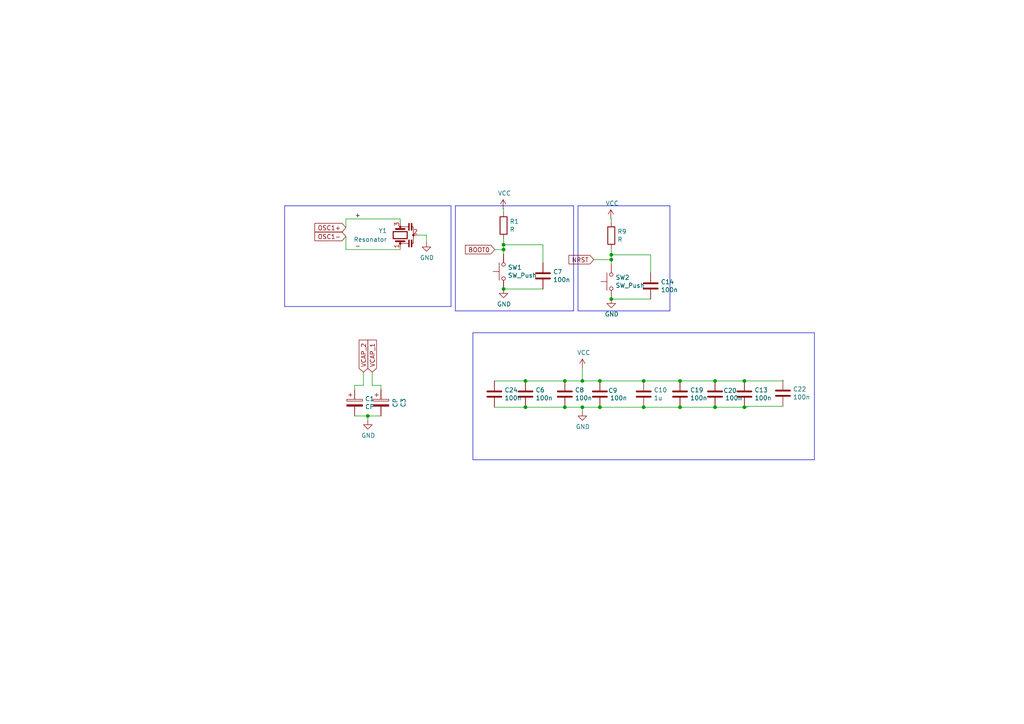
<source format=kicad_sch>
(kicad_sch (version 20230121) (generator eeschema)

  (uuid 84c7883b-69cf-41bc-b0c4-70a45846569e)

  (paper "A4")

  (lib_symbols
    (symbol "Device:C" (pin_numbers hide) (pin_names (offset 0.254)) (in_bom yes) (on_board yes)
      (property "Reference" "C" (at 0.635 2.54 0)
        (effects (font (size 1.27 1.27)) (justify left))
      )
      (property "Value" "C" (at 0.635 -2.54 0)
        (effects (font (size 1.27 1.27)) (justify left))
      )
      (property "Footprint" "" (at 0.9652 -3.81 0)
        (effects (font (size 1.27 1.27)) hide)
      )
      (property "Datasheet" "~" (at 0 0 0)
        (effects (font (size 1.27 1.27)) hide)
      )
      (property "ki_keywords" "cap capacitor" (at 0 0 0)
        (effects (font (size 1.27 1.27)) hide)
      )
      (property "ki_description" "Unpolarized capacitor" (at 0 0 0)
        (effects (font (size 1.27 1.27)) hide)
      )
      (property "ki_fp_filters" "C_*" (at 0 0 0)
        (effects (font (size 1.27 1.27)) hide)
      )
      (symbol "C_0_1"
        (polyline
          (pts
            (xy -2.032 -0.762)
            (xy 2.032 -0.762)
          )
          (stroke (width 0.508) (type default))
          (fill (type none))
        )
        (polyline
          (pts
            (xy -2.032 0.762)
            (xy 2.032 0.762)
          )
          (stroke (width 0.508) (type default))
          (fill (type none))
        )
      )
      (symbol "C_1_1"
        (pin passive line (at 0 3.81 270) (length 2.794)
          (name "~" (effects (font (size 1.27 1.27))))
          (number "1" (effects (font (size 1.27 1.27))))
        )
        (pin passive line (at 0 -3.81 90) (length 2.794)
          (name "~" (effects (font (size 1.27 1.27))))
          (number "2" (effects (font (size 1.27 1.27))))
        )
      )
    )
    (symbol "Device:R" (pin_numbers hide) (pin_names (offset 0)) (in_bom yes) (on_board yes)
      (property "Reference" "R" (at 2.032 0 90)
        (effects (font (size 1.27 1.27)))
      )
      (property "Value" "R" (at 0 0 90)
        (effects (font (size 1.27 1.27)))
      )
      (property "Footprint" "" (at -1.778 0 90)
        (effects (font (size 1.27 1.27)) hide)
      )
      (property "Datasheet" "~" (at 0 0 0)
        (effects (font (size 1.27 1.27)) hide)
      )
      (property "ki_keywords" "R res resistor" (at 0 0 0)
        (effects (font (size 1.27 1.27)) hide)
      )
      (property "ki_description" "Resistor" (at 0 0 0)
        (effects (font (size 1.27 1.27)) hide)
      )
      (property "ki_fp_filters" "R_*" (at 0 0 0)
        (effects (font (size 1.27 1.27)) hide)
      )
      (symbol "R_0_1"
        (rectangle (start -1.016 -2.54) (end 1.016 2.54)
          (stroke (width 0.254) (type default))
          (fill (type none))
        )
      )
      (symbol "R_1_1"
        (pin passive line (at 0 3.81 270) (length 1.27)
          (name "~" (effects (font (size 1.27 1.27))))
          (number "1" (effects (font (size 1.27 1.27))))
        )
        (pin passive line (at 0 -3.81 90) (length 1.27)
          (name "~" (effects (font (size 1.27 1.27))))
          (number "2" (effects (font (size 1.27 1.27))))
        )
      )
    )
    (symbol "Device:Resonator" (pin_names (offset 1.016) hide) (in_bom yes) (on_board yes)
      (property "Reference" "Y" (at 0 5.715 0)
        (effects (font (size 1.27 1.27)))
      )
      (property "Value" "Resonator" (at 0 3.81 0)
        (effects (font (size 1.27 1.27)))
      )
      (property "Footprint" "" (at -0.635 0 0)
        (effects (font (size 1.27 1.27)) hide)
      )
      (property "Datasheet" "~" (at -0.635 0 0)
        (effects (font (size 1.27 1.27)) hide)
      )
      (property "ki_keywords" "ceramic resonator" (at 0 0 0)
        (effects (font (size 1.27 1.27)) hide)
      )
      (property "ki_description" "Three pin ceramic resonator" (at 0 0 0)
        (effects (font (size 1.27 1.27)) hide)
      )
      (property "ki_fp_filters" "Filter* Resonator*" (at 0 0 0)
        (effects (font (size 1.27 1.27)) hide)
      )
      (symbol "Resonator_0_1"
        (rectangle (start -3.429 -3.175) (end -1.397 -3.429)
          (stroke (width 0) (type default))
          (fill (type outline))
        )
        (rectangle (start -3.429 -2.413) (end -1.397 -2.667)
          (stroke (width 0) (type default))
          (fill (type outline))
        )
        (circle (center -2.413 0) (radius 0.254)
          (stroke (width 0) (type default))
          (fill (type outline))
        )
        (rectangle (start -1.016 2.032) (end 1.016 -2.032)
          (stroke (width 0.3048) (type default))
          (fill (type none))
        )
        (circle (center 0 -3.81) (radius 0.254)
          (stroke (width 0) (type default))
          (fill (type outline))
        )
        (polyline
          (pts
            (xy -2.413 -2.413)
            (xy -2.413 0)
          )
          (stroke (width 0) (type default))
          (fill (type none))
        )
        (polyline
          (pts
            (xy -1.905 0)
            (xy -3.175 0)
          )
          (stroke (width 0) (type default))
          (fill (type none))
        )
        (polyline
          (pts
            (xy -1.778 -1.27)
            (xy -1.778 1.27)
          )
          (stroke (width 0.508) (type default))
          (fill (type none))
        )
        (polyline
          (pts
            (xy 1.778 -1.27)
            (xy 1.778 1.27)
          )
          (stroke (width 0.508) (type default))
          (fill (type none))
        )
        (polyline
          (pts
            (xy 1.905 0)
            (xy 2.54 0)
          )
          (stroke (width 0) (type default))
          (fill (type none))
        )
        (polyline
          (pts
            (xy 2.413 0)
            (xy 2.413 -2.54)
          )
          (stroke (width 0) (type default))
          (fill (type none))
        )
        (polyline
          (pts
            (xy 2.413 -3.302)
            (xy 2.413 -3.81)
            (xy -2.413 -3.81)
            (xy -2.413 -3.302)
          )
          (stroke (width 0) (type default))
          (fill (type none))
        )
        (rectangle (start 1.397 -3.175) (end 3.429 -3.429)
          (stroke (width 0) (type default))
          (fill (type outline))
        )
        (rectangle (start 1.397 -2.413) (end 3.429 -2.667)
          (stroke (width 0) (type default))
          (fill (type outline))
        )
        (circle (center 2.413 0) (radius 0.254)
          (stroke (width 0) (type default))
          (fill (type outline))
        )
      )
      (symbol "Resonator_1_1"
        (pin passive line (at -3.81 0 0) (length 1.27)
          (name "1" (effects (font (size 1.27 1.27))))
          (number "1" (effects (font (size 1.27 1.27))))
        )
        (pin passive line (at 0 -5.08 90) (length 1.27)
          (name "2" (effects (font (size 1.27 1.27))))
          (number "2" (effects (font (size 1.27 1.27))))
        )
        (pin passive line (at 3.81 0 180) (length 1.27)
          (name "3" (effects (font (size 1.27 1.27))))
          (number "3" (effects (font (size 1.27 1.27))))
        )
      )
    )
    (symbol "Pixracer_clone-rescue:CP-Device" (pin_numbers hide) (pin_names (offset 0.254)) (in_bom yes) (on_board yes)
      (property "Reference" "C" (at 0.635 2.54 0)
        (effects (font (size 1.27 1.27)) (justify left))
      )
      (property "Value" "CP-Device" (at 0.635 -2.54 0)
        (effects (font (size 1.27 1.27)) (justify left))
      )
      (property "Footprint" "" (at 0.9652 -3.81 0)
        (effects (font (size 1.27 1.27)) hide)
      )
      (property "Datasheet" "" (at 0 0 0)
        (effects (font (size 1.27 1.27)) hide)
      )
      (property "ki_fp_filters" "CP_*" (at 0 0 0)
        (effects (font (size 1.27 1.27)) hide)
      )
      (symbol "CP-Device_0_1"
        (rectangle (start -2.286 0.508) (end 2.286 1.016)
          (stroke (width 0) (type default))
          (fill (type none))
        )
        (polyline
          (pts
            (xy -1.778 2.286)
            (xy -0.762 2.286)
          )
          (stroke (width 0) (type default))
          (fill (type none))
        )
        (polyline
          (pts
            (xy -1.27 2.794)
            (xy -1.27 1.778)
          )
          (stroke (width 0) (type default))
          (fill (type none))
        )
        (rectangle (start 2.286 -0.508) (end -2.286 -1.016)
          (stroke (width 0) (type default))
          (fill (type outline))
        )
      )
      (symbol "CP-Device_1_1"
        (pin passive line (at 0 3.81 270) (length 2.794)
          (name "~" (effects (font (size 1.27 1.27))))
          (number "1" (effects (font (size 1.27 1.27))))
        )
        (pin passive line (at 0 -3.81 90) (length 2.794)
          (name "~" (effects (font (size 1.27 1.27))))
          (number "2" (effects (font (size 1.27 1.27))))
        )
      )
    )
    (symbol "Switch:SW_Push" (pin_numbers hide) (pin_names (offset 1.016) hide) (in_bom yes) (on_board yes)
      (property "Reference" "SW" (at 1.27 2.54 0)
        (effects (font (size 1.27 1.27)) (justify left))
      )
      (property "Value" "SW_Push" (at 0 -1.524 0)
        (effects (font (size 1.27 1.27)))
      )
      (property "Footprint" "" (at 0 5.08 0)
        (effects (font (size 1.27 1.27)) hide)
      )
      (property "Datasheet" "~" (at 0 5.08 0)
        (effects (font (size 1.27 1.27)) hide)
      )
      (property "ki_keywords" "switch normally-open pushbutton push-button" (at 0 0 0)
        (effects (font (size 1.27 1.27)) hide)
      )
      (property "ki_description" "Push button switch, generic, two pins" (at 0 0 0)
        (effects (font (size 1.27 1.27)) hide)
      )
      (symbol "SW_Push_0_1"
        (circle (center -2.032 0) (radius 0.508)
          (stroke (width 0) (type default))
          (fill (type none))
        )
        (polyline
          (pts
            (xy 0 1.27)
            (xy 0 3.048)
          )
          (stroke (width 0) (type default))
          (fill (type none))
        )
        (polyline
          (pts
            (xy 2.54 1.27)
            (xy -2.54 1.27)
          )
          (stroke (width 0) (type default))
          (fill (type none))
        )
        (circle (center 2.032 0) (radius 0.508)
          (stroke (width 0) (type default))
          (fill (type none))
        )
        (pin passive line (at -5.08 0 0) (length 2.54)
          (name "1" (effects (font (size 1.27 1.27))))
          (number "1" (effects (font (size 1.27 1.27))))
        )
        (pin passive line (at 5.08 0 180) (length 2.54)
          (name "2" (effects (font (size 1.27 1.27))))
          (number "2" (effects (font (size 1.27 1.27))))
        )
      )
    )
    (symbol "power:GND" (power) (pin_names (offset 0)) (in_bom yes) (on_board yes)
      (property "Reference" "#PWR" (at 0 -6.35 0)
        (effects (font (size 1.27 1.27)) hide)
      )
      (property "Value" "GND" (at 0 -3.81 0)
        (effects (font (size 1.27 1.27)))
      )
      (property "Footprint" "" (at 0 0 0)
        (effects (font (size 1.27 1.27)) hide)
      )
      (property "Datasheet" "" (at 0 0 0)
        (effects (font (size 1.27 1.27)) hide)
      )
      (property "ki_keywords" "power-flag" (at 0 0 0)
        (effects (font (size 1.27 1.27)) hide)
      )
      (property "ki_description" "Power symbol creates a global label with name \"GND\" , ground" (at 0 0 0)
        (effects (font (size 1.27 1.27)) hide)
      )
      (symbol "GND_0_1"
        (polyline
          (pts
            (xy 0 0)
            (xy 0 -1.27)
            (xy 1.27 -1.27)
            (xy 0 -2.54)
            (xy -1.27 -1.27)
            (xy 0 -1.27)
          )
          (stroke (width 0) (type default))
          (fill (type none))
        )
      )
      (symbol "GND_1_1"
        (pin power_in line (at 0 0 270) (length 0) hide
          (name "GND" (effects (font (size 1.27 1.27))))
          (number "1" (effects (font (size 1.27 1.27))))
        )
      )
    )
    (symbol "power:VCC" (power) (pin_names (offset 0)) (in_bom yes) (on_board yes)
      (property "Reference" "#PWR" (at 0 -3.81 0)
        (effects (font (size 1.27 1.27)) hide)
      )
      (property "Value" "VCC" (at 0 3.81 0)
        (effects (font (size 1.27 1.27)))
      )
      (property "Footprint" "" (at 0 0 0)
        (effects (font (size 1.27 1.27)) hide)
      )
      (property "Datasheet" "" (at 0 0 0)
        (effects (font (size 1.27 1.27)) hide)
      )
      (property "ki_keywords" "power-flag" (at 0 0 0)
        (effects (font (size 1.27 1.27)) hide)
      )
      (property "ki_description" "Power symbol creates a global label with name \"VCC\"" (at 0 0 0)
        (effects (font (size 1.27 1.27)) hide)
      )
      (symbol "VCC_0_1"
        (polyline
          (pts
            (xy -0.762 1.27)
            (xy 0 2.54)
          )
          (stroke (width 0) (type default))
          (fill (type none))
        )
        (polyline
          (pts
            (xy 0 0)
            (xy 0 2.54)
          )
          (stroke (width 0) (type default))
          (fill (type none))
        )
        (polyline
          (pts
            (xy 0 2.54)
            (xy 0.762 1.27)
          )
          (stroke (width 0) (type default))
          (fill (type none))
        )
      )
      (symbol "VCC_1_1"
        (pin power_in line (at 0 0 90) (length 0) hide
          (name "VCC" (effects (font (size 1.27 1.27))))
          (number "1" (effects (font (size 1.27 1.27))))
        )
      )
    )
  )

  (junction (at 177.292 86.741) (diameter 0) (color 0 0 0 0)
    (uuid 0256018b-7782-42b4-a968-bdf402643f4e)
  )
  (junction (at 173.99 110.49) (diameter 0) (color 0 0 0 0)
    (uuid 02ec5ec7-e420-45cb-a7a9-0ba7629b646c)
  )
  (junction (at 152.4 110.49) (diameter 0) (color 0 0 0 0)
    (uuid 0952c082-1213-4b2f-8863-9f677b02a604)
  )
  (junction (at 177.292 75.311) (diameter 0) (color 0 0 0 0)
    (uuid 0cc1de43-7379-4337-a9bb-59f6dd224246)
  )
  (junction (at 106.68 120.65) (diameter 0) (color 0 0 0 0)
    (uuid 149e3265-7d40-4bb0-b1fe-6243959adf40)
  )
  (junction (at 168.91 118.11) (diameter 0) (color 0 0 0 0)
    (uuid 1ead4e16-7cfe-47f0-8ba3-142cc18b8d68)
  )
  (junction (at 146.05 72.39) (diameter 0) (color 0 0 0 0)
    (uuid 1ec0401c-cb09-47c9-960b-878f1c06f929)
  )
  (junction (at 146.05 83.82) (diameter 0) (color 0 0 0 0)
    (uuid 349bf689-d779-434a-bd1a-98878a53c6c2)
  )
  (junction (at 207.391 118.11) (diameter 0) (color 0 0 0 0)
    (uuid 3dfb2b7e-cb17-46f7-93ab-07892e7e572c)
  )
  (junction (at 163.83 118.11) (diameter 0) (color 0 0 0 0)
    (uuid 63584530-1c4d-4c21-8dd0-60c8c1ea38fb)
  )
  (junction (at 177.292 73.914) (diameter 0) (color 0 0 0 0)
    (uuid 6d4c964e-19a7-4d27-b68f-ad1fe9b3a370)
  )
  (junction (at 168.91 110.49) (diameter 0) (color 0 0 0 0)
    (uuid 767c968e-98d5-4cca-9f46-b9c07279180c)
  )
  (junction (at 186.69 110.49) (diameter 0) (color 0 0 0 0)
    (uuid 828e14df-9e32-4bad-a9a2-9f9bab0fdc1e)
  )
  (junction (at 163.83 110.49) (diameter 0) (color 0 0 0 0)
    (uuid 9ccc7802-bd15-46c0-bf18-e5e3d82c16f3)
  )
  (junction (at 197.231 118.11) (diameter 0) (color 0 0 0 0)
    (uuid a36a0f4b-c2ca-4a45-8bd7-b799fb57247a)
  )
  (junction (at 173.99 118.11) (diameter 0) (color 0 0 0 0)
    (uuid aa478173-d230-4773-90c8-835a41eefea3)
  )
  (junction (at 215.9 118.11) (diameter 0) (color 0 0 0 0)
    (uuid b11e9984-6cb0-4275-8af6-9cab8f19f4e0)
  )
  (junction (at 146.05 70.993) (diameter 0) (color 0 0 0 0)
    (uuid b8adeb31-7920-4ec9-9479-d171928f5682)
  )
  (junction (at 186.69 118.11) (diameter 0) (color 0 0 0 0)
    (uuid bea73d36-4f7d-4eb8-b837-a7ee92b79ea2)
  )
  (junction (at 197.231 110.49) (diameter 0) (color 0 0 0 0)
    (uuid d30c5add-2c74-45ef-94c1-b0d6bf266316)
  )
  (junction (at 207.391 110.49) (diameter 0) (color 0 0 0 0)
    (uuid eabd57a1-5d2f-4bc7-973a-62678d530b8c)
  )
  (junction (at 152.4 118.11) (diameter 0) (color 0 0 0 0)
    (uuid ed2af42f-4941-4e7f-be4c-add8b547f02b)
  )
  (junction (at 215.9 110.49) (diameter 0) (color 0 0 0 0)
    (uuid f82aa9d3-657f-4ba4-a168-11f3fd883ab2)
  )

  (wire (pts (xy 102.87 111.76) (xy 105.41 111.76))
    (stroke (width 0) (type default))
    (uuid 06465be7-607e-474f-9fd5-ebea654f5d64)
  )
  (wire (pts (xy 216.662 117.856) (xy 216.662 118.11))
    (stroke (width 0) (type default))
    (uuid 06c8442e-fcef-4f8c-b88d-311e16713b51)
  )
  (wire (pts (xy 186.69 110.49) (xy 197.231 110.49))
    (stroke (width 0) (type default))
    (uuid 08c685a0-12f0-42b4-8a33-cf5ca64fdb7a)
  )
  (wire (pts (xy 168.91 118.11) (xy 163.83 118.11))
    (stroke (width 0) (type default))
    (uuid 0b77f236-d314-4229-ad05-b0ca3d10d327)
  )
  (wire (pts (xy 110.49 111.76) (xy 107.95 111.76))
    (stroke (width 0) (type default))
    (uuid 0c0f6d21-5054-4bbc-85d9-d23144095b80)
  )
  (wire (pts (xy 116.078 63.5) (xy 116.078 64.389))
    (stroke (width 0) (type default))
    (uuid 0c246074-14f6-40d7-9b71-9be0f1264d1f)
  )
  (wire (pts (xy 163.83 118.11) (xy 152.4 118.11))
    (stroke (width 0) (type default))
    (uuid 0fb7fc68-471b-46cf-b3f9-c959deb81625)
  )
  (wire (pts (xy 146.05 60.579) (xy 146.05 61.595))
    (stroke (width 0) (type default))
    (uuid 13deda39-544d-4c74-b10d-c80534344047)
  )
  (polyline (pts (xy 167.64 59.69) (xy 167.64 90.17))
    (stroke (width 0) (type default))
    (uuid 13eebc0b-56d6-41a9-bbc7-aa94f241aabd)
  )

  (wire (pts (xy 177.292 63.5) (xy 177.165 63.5))
    (stroke (width 0) (type default))
    (uuid 16031f88-8c58-419d-9a80-374c81557ecb)
  )
  (wire (pts (xy 168.91 110.49) (xy 168.91 106.68))
    (stroke (width 0) (type default))
    (uuid 19a14ede-bc13-4088-b45e-8ed222d5f7b1)
  )
  (polyline (pts (xy 82.55 59.69) (xy 130.81 59.69))
    (stroke (width 0) (type default))
    (uuid 1d89671b-c392-4a69-9788-be360be84de8)
  )

  (wire (pts (xy 105.41 107.95) (xy 105.41 111.76))
    (stroke (width 0) (type default))
    (uuid 227b0b0c-d3ab-435f-b4e0-73852301f739)
  )
  (wire (pts (xy 143.383 118.11) (xy 152.4 118.11))
    (stroke (width 0) (type default))
    (uuid 24462439-a52c-4033-94d7-a31c34e27739)
  )
  (wire (pts (xy 146.05 72.39) (xy 146.05 73.66))
    (stroke (width 0) (type default))
    (uuid 265d1d21-cb81-492b-aba9-138d04c8c857)
  )
  (wire (pts (xy 197.231 110.49) (xy 207.391 110.49))
    (stroke (width 0) (type default))
    (uuid 2c467beb-2951-4e0c-8211-c6ad822d1a59)
  )
  (wire (pts (xy 227.076 117.856) (xy 216.662 117.856))
    (stroke (width 0) (type default))
    (uuid 2e874c05-0960-482e-9c59-1a12c2da4121)
  )
  (polyline (pts (xy 132.08 59.69) (xy 166.37 59.69))
    (stroke (width 0) (type default))
    (uuid 2e88e77a-d4c6-4714-a1ca-fe2929df7cb7)
  )
  (polyline (pts (xy 194.31 59.69) (xy 167.64 59.69))
    (stroke (width 0) (type default))
    (uuid 2ff994a4-8ec4-4c67-8e68-92557ca42140)
  )
  (polyline (pts (xy 137.16 133.35) (xy 236.22 133.35))
    (stroke (width 0) (type default))
    (uuid 31988928-a949-475b-b8c3-3e5baba128b8)
  )

  (wire (pts (xy 215.9 110.49) (xy 227.076 110.49))
    (stroke (width 0) (type default))
    (uuid 3674ff6b-4a02-4f24-8f4f-30741e91786b)
  )
  (polyline (pts (xy 130.81 59.69) (xy 130.81 88.9))
    (stroke (width 0) (type default))
    (uuid 3c5cec15-4e15-4baf-9ba3-f8fed6caf2f6)
  )

  (wire (pts (xy 146.05 60.579) (xy 145.923 60.579))
    (stroke (width 0) (type default))
    (uuid 43858314-5693-4258-a8b8-aa0b0798ea9d)
  )
  (wire (pts (xy 157.48 70.993) (xy 146.05 70.993))
    (stroke (width 0) (type default))
    (uuid 4414432d-4677-440c-bcc8-1cad25f208ef)
  )
  (polyline (pts (xy 137.16 96.52) (xy 236.22 96.52))
    (stroke (width 0) (type default))
    (uuid 4420097d-cc3f-4e52-978d-fc15332ad950)
  )

  (wire (pts (xy 106.68 121.92) (xy 106.68 120.65))
    (stroke (width 0) (type default))
    (uuid 4502fbf0-15a2-4a1a-b1f7-e13b019a4b82)
  )
  (polyline (pts (xy 166.37 59.69) (xy 166.37 90.17))
    (stroke (width 0) (type default))
    (uuid 45ba8761-2079-46f2-9022-99785f9d70ff)
  )

  (wire (pts (xy 116.078 72.39) (xy 116.078 72.009))
    (stroke (width 0) (type default))
    (uuid 4c2c7ccd-5a09-475a-aeb9-a7ec0c85f1ce)
  )
  (wire (pts (xy 188.722 79.121) (xy 188.722 73.914))
    (stroke (width 0) (type default))
    (uuid 4d80d7d9-a03d-4c54-8153-630b95670ee9)
  )
  (wire (pts (xy 177.292 86.741) (xy 188.722 86.741))
    (stroke (width 0) (type default))
    (uuid 545c658b-9790-43a9-8932-71fba4d298f3)
  )
  (wire (pts (xy 168.91 119.38) (xy 168.91 118.11))
    (stroke (width 0) (type default))
    (uuid 54ce15a0-d8d0-4fbc-9adf-a2e5f1049345)
  )
  (wire (pts (xy 100.33 66.04) (xy 100.33 63.5))
    (stroke (width 0) (type default))
    (uuid 571f8891-8d8d-44fb-b1d1-401f74996261)
  )
  (wire (pts (xy 102.87 120.65) (xy 106.68 120.65))
    (stroke (width 0) (type default))
    (uuid 5a909faa-8523-4980-bc8d-d127d9046642)
  )
  (wire (pts (xy 100.33 68.58) (xy 100.33 72.39))
    (stroke (width 0) (type default))
    (uuid 61983647-af25-4b16-8ea8-feeb8e5fb8a7)
  )
  (wire (pts (xy 100.33 63.5) (xy 116.078 63.5))
    (stroke (width 0) (type default))
    (uuid 63265db2-86a5-48be-99b0-c0d8d719c1bd)
  )
  (polyline (pts (xy 130.81 88.9) (xy 82.55 88.9))
    (stroke (width 0) (type default))
    (uuid 6926d243-7cc4-4f29-9403-2920a66b6d55)
  )

  (wire (pts (xy 106.68 120.65) (xy 110.49 120.65))
    (stroke (width 0) (type default))
    (uuid 6be4c7a6-2a5a-4673-bac6-6972e0989906)
  )
  (polyline (pts (xy 132.08 90.17) (xy 132.08 59.69))
    (stroke (width 0) (type default))
    (uuid 6e5a2749-36ff-4a0d-952b-6f0e105bbafc)
  )

  (wire (pts (xy 207.391 118.11) (xy 215.9 118.11))
    (stroke (width 0) (type default))
    (uuid 6f9eb7af-21fb-49c3-8b26-c303dc03afa9)
  )
  (wire (pts (xy 173.99 110.49) (xy 186.69 110.49))
    (stroke (width 0) (type default))
    (uuid 70694b5f-e0cd-42b3-80b5-bfffd0208bb1)
  )
  (wire (pts (xy 173.99 118.11) (xy 168.91 118.11))
    (stroke (width 0) (type default))
    (uuid 7132d434-987e-4d27-a136-adcd155b217f)
  )
  (wire (pts (xy 123.698 68.199) (xy 123.698 70.358))
    (stroke (width 0) (type default))
    (uuid 73265235-96bf-4401-8c00-caf7e481dfc2)
  )
  (wire (pts (xy 186.69 118.11) (xy 197.231 118.11))
    (stroke (width 0) (type default))
    (uuid 77ad7ef3-9094-4def-86b4-e54ab3ebbb19)
  )
  (wire (pts (xy 177.292 63.5) (xy 177.292 64.516))
    (stroke (width 0) (type default))
    (uuid 797826c0-2db0-44fd-ad45-d13ccdf9ec6e)
  )
  (wire (pts (xy 152.4 110.49) (xy 163.83 110.49))
    (stroke (width 0) (type default))
    (uuid 828e6632-9cdf-463b-b280-3e19ad17d0c2)
  )
  (polyline (pts (xy 236.22 133.35) (xy 236.22 96.52))
    (stroke (width 0) (type default))
    (uuid 8614e6ee-1319-4a5e-8c66-1bbfe74d15ba)
  )

  (wire (pts (xy 188.722 73.914) (xy 177.292 73.914))
    (stroke (width 0) (type default))
    (uuid 86476d0f-8a62-49d1-806f-268778bce337)
  )
  (wire (pts (xy 227.076 110.49) (xy 227.076 110.236))
    (stroke (width 0) (type default))
    (uuid 86e1b0aa-4ae4-4e73-9cb7-9d2706a61b76)
  )
  (wire (pts (xy 207.391 110.49) (xy 215.9 110.49))
    (stroke (width 0) (type default))
    (uuid 8b3cb255-a1cc-4986-9532-11ffcf6beee4)
  )
  (wire (pts (xy 163.83 110.49) (xy 168.91 110.49))
    (stroke (width 0) (type default))
    (uuid 90bd5d4d-91c1-4a8e-a34b-703985d6258f)
  )
  (wire (pts (xy 146.05 83.82) (xy 157.48 83.82))
    (stroke (width 0) (type default))
    (uuid 93ba5f39-9ab2-4641-88bd-0660f7f3bb43)
  )
  (wire (pts (xy 146.05 70.993) (xy 146.05 72.39))
    (stroke (width 0) (type default))
    (uuid 9676298a-1eea-4b1a-ad40-b90990d7a951)
  )
  (polyline (pts (xy 166.37 90.17) (xy 132.08 90.17))
    (stroke (width 0) (type default))
    (uuid 9f59a69c-e747-44e5-afc9-f2ca685723fd)
  )

  (wire (pts (xy 168.91 110.49) (xy 173.99 110.49))
    (stroke (width 0) (type default))
    (uuid a7b3932e-d4bc-40e0-8370-49ee049d66c5)
  )
  (wire (pts (xy 121.158 68.199) (xy 123.698 68.199))
    (stroke (width 0) (type default))
    (uuid b54c9f86-aea3-4dac-942c-9c4c474ccb7e)
  )
  (wire (pts (xy 107.95 107.95) (xy 107.95 111.76))
    (stroke (width 0) (type default))
    (uuid b5aec6db-e3bd-4450-9310-ac60bba5ecea)
  )
  (wire (pts (xy 216.662 118.11) (xy 215.9 118.11))
    (stroke (width 0) (type default))
    (uuid b6c5afa9-32ad-458c-a8eb-f41c047c5861)
  )
  (polyline (pts (xy 137.16 96.52) (xy 137.16 133.35))
    (stroke (width 0) (type default))
    (uuid b7de13f0-f6e9-44a1-9b38-78966f978e06)
  )

  (wire (pts (xy 102.87 113.03) (xy 102.87 111.76))
    (stroke (width 0) (type default))
    (uuid bc426b74-14bf-4337-a3ce-174045fa6a0b)
  )
  (wire (pts (xy 146.05 69.215) (xy 146.05 70.993))
    (stroke (width 0) (type default))
    (uuid bdcb9b1d-5265-4371-b248-b83405f54d9a)
  )
  (polyline (pts (xy 194.31 90.17) (xy 194.31 59.69))
    (stroke (width 0) (type default))
    (uuid bdfdc2f5-3ec0-4204-b63c-c075e9a15b06)
  )

  (wire (pts (xy 197.231 118.11) (xy 207.391 118.11))
    (stroke (width 0) (type default))
    (uuid be92f006-4804-4a94-9b96-600fa0e3c586)
  )
  (wire (pts (xy 100.33 72.39) (xy 116.078 72.39))
    (stroke (width 0) (type default))
    (uuid c25c4e16-6e75-4a86-bd7d-d635cd0252ba)
  )
  (wire (pts (xy 146.05 72.39) (xy 143.51 72.39))
    (stroke (width 0) (type default))
    (uuid c932de90-4605-4376-b7d3-9b8a751f471d)
  )
  (wire (pts (xy 143.383 110.49) (xy 152.4 110.49))
    (stroke (width 0) (type default))
    (uuid ca6c7706-2727-43a5-be3c-428bdfc29c80)
  )
  (wire (pts (xy 172.212 75.311) (xy 177.292 75.311))
    (stroke (width 0) (type default))
    (uuid ce077a89-a192-4b4a-9e77-f620bdc6aa56)
  )
  (wire (pts (xy 177.292 73.914) (xy 177.292 75.311))
    (stroke (width 0) (type default))
    (uuid cf8a223b-c297-412f-a48b-88dafbca0523)
  )
  (wire (pts (xy 145.923 60.579) (xy 145.923 60.452))
    (stroke (width 0) (type default))
    (uuid dd1fb2d6-0f26-475a-b743-00a885526334)
  )
  (wire (pts (xy 177.292 75.311) (xy 177.292 76.581))
    (stroke (width 0) (type default))
    (uuid e03e80db-baa1-489d-aa8e-6d656408f36a)
  )
  (polyline (pts (xy 167.64 90.17) (xy 194.31 90.17))
    (stroke (width 0) (type default))
    (uuid e2383743-b358-435a-983d-ae83741cb7ef)
  )

  (wire (pts (xy 186.69 118.11) (xy 173.99 118.11))
    (stroke (width 0) (type default))
    (uuid e5e12056-74b4-4ad6-9190-dcf897578fa4)
  )
  (polyline (pts (xy 82.55 88.9) (xy 82.55 59.69))
    (stroke (width 0) (type default))
    (uuid eed19dff-1e74-4c5d-9b01-c9b60ef426a6)
  )

  (wire (pts (xy 157.48 76.2) (xy 157.48 70.993))
    (stroke (width 0) (type default))
    (uuid f07603b6-2b8e-4315-878b-6e257280dad7)
  )
  (wire (pts (xy 177.292 72.136) (xy 177.292 73.914))
    (stroke (width 0) (type default))
    (uuid f1ab6a26-2db2-49a5-bc31-98ecc88523ba)
  )
  (wire (pts (xy 177.165 63.5) (xy 177.165 63.373))
    (stroke (width 0) (type default))
    (uuid f71e3500-07c7-4df8-8fce-59ce337fcf5f)
  )
  (wire (pts (xy 110.49 113.03) (xy 110.49 111.76))
    (stroke (width 0) (type default))
    (uuid f7eced48-4a02-4f2b-837e-c1bc21e42b2e)
  )

  (label "-" (at 102.87 72.39 0) (fields_autoplaced)
    (effects (font (size 1.27 1.27)) (justify left bottom))
    (uuid 2aa0eff2-707e-4816-b690-5e7f1f0a4e1f)
  )
  (label "+" (at 102.87 63.5 0) (fields_autoplaced)
    (effects (font (size 1.27 1.27)) (justify left bottom))
    (uuid ce30cebb-aa99-42be-bd4f-28b44a9a6af9)
  )

  (global_label "NRST" (shape input) (at 172.212 75.311 180) (fields_autoplaced)
    (effects (font (size 1.27 1.27)) (justify right))
    (uuid 0c6423f2-03f2-4306-b8d5-d3bbfcb3f6bf)
    (property "Intersheetrefs" "${INTERSHEET_REFS}" (at 165.1034 75.311 0)
      (effects (font (size 1.27 1.27)) (justify right) hide)
    )
  )
  (global_label "BOOT0" (shape input) (at 143.51 72.39 180) (fields_autoplaced)
    (effects (font (size 1.27 1.27)) (justify right))
    (uuid 2db31dfe-0df6-4f1e-b8dd-b57ec99c7aee)
    (property "Intersheetrefs" "${INTERSHEET_REFS}" (at 135.0709 72.39 0)
      (effects (font (size 1.27 1.27)) (justify right) hide)
    )
  )
  (global_label "VCAP_1" (shape input) (at 107.95 107.95 90) (fields_autoplaced)
    (effects (font (size 1.27 1.27)) (justify left))
    (uuid 39c39443-899a-441f-9a02-4e47550c7f89)
    (property "Intersheetrefs" "${INTERSHEET_REFS}" (at 107.95 98.7247 90)
      (effects (font (size 1.27 1.27)) (justify left) hide)
    )
  )
  (global_label "OSC1+" (shape input) (at 100.33 66.04 180) (fields_autoplaced)
    (effects (font (size 1.27 1.27)) (justify right))
    (uuid b9051c1b-b25f-4bbe-8298-5375f476a5ae)
    (property "Intersheetrefs" "${INTERSHEET_REFS}" (at 91.4071 66.04 0)
      (effects (font (size 1.27 1.27)) (justify right) hide)
    )
  )
  (global_label "OSC1-" (shape input) (at 100.33 68.58 180) (fields_autoplaced)
    (effects (font (size 1.27 1.27)) (justify right))
    (uuid bc4cb6b0-1e43-4a98-8d27-689f8060e48c)
    (property "Intersheetrefs" "${INTERSHEET_REFS}" (at 91.4071 68.58 0)
      (effects (font (size 1.27 1.27)) (justify right) hide)
    )
  )
  (global_label "VCAP_2" (shape input) (at 105.41 107.95 90) (fields_autoplaced)
    (effects (font (size 1.27 1.27)) (justify left))
    (uuid cd0f13e4-0bc3-4d76-aca1-d7824a3c9897)
    (property "Intersheetrefs" "${INTERSHEET_REFS}" (at 105.41 98.7247 90)
      (effects (font (size 1.27 1.27)) (justify left) hide)
    )
  )

  (symbol (lib_id "power:GND") (at 123.698 70.358 0) (unit 1)
    (in_bom yes) (on_board yes) (dnp no)
    (uuid 00000000-0000-0000-0000-00005f523430)
    (property "Reference" "#PWR0103" (at 123.698 76.708 0)
      (effects (font (size 1.27 1.27)) hide)
    )
    (property "Value" "GND" (at 123.825 74.7522 0)
      (effects (font (size 1.27 1.27)))
    )
    (property "Footprint" "" (at 123.698 70.358 0)
      (effects (font (size 1.27 1.27)) hide)
    )
    (property "Datasheet" "" (at 123.698 70.358 0)
      (effects (font (size 1.27 1.27)) hide)
    )
    (pin "1" (uuid 35dc7070-c180-4166-b80f-f78e635d1cfd))
    (instances
      (project "Pixracer_clone"
        (path "/167b39f0-685c-4f71-95e2-28f9b2e37320/00000000-0000-0000-0000-00005f51c003"
          (reference "#PWR0103") (unit 1)
        )
      )
    )
  )

  (symbol (lib_id "Switch:SW_Push") (at 146.05 78.74 90) (unit 1)
    (in_bom yes) (on_board yes) (dnp no)
    (uuid 00000000-0000-0000-0000-00005f52344b)
    (property "Reference" "SW1" (at 147.2692 77.5716 90)
      (effects (font (size 1.27 1.27)) (justify right))
    )
    (property "Value" "SW_Push" (at 147.2692 79.883 90)
      (effects (font (size 1.27 1.27)) (justify right))
    )
    (property "Footprint" "Button_Switch_SMD:SW_Push_SPST_NO_Alps_SKRK" (at 140.97 78.74 0)
      (effects (font (size 1.27 1.27)) hide)
    )
    (property "Datasheet" "~" (at 140.97 78.74 0)
      (effects (font (size 1.27 1.27)) hide)
    )
    (pin "1" (uuid 84d9aabc-d703-4244-b611-0849de993e14))
    (pin "2" (uuid d31f97e5-ec1e-4cba-9097-a791eb426da7))
    (instances
      (project "Pixracer_clone"
        (path "/167b39f0-685c-4f71-95e2-28f9b2e37320/00000000-0000-0000-0000-00005f51c003"
          (reference "SW1") (unit 1)
        )
      )
    )
  )

  (symbol (lib_id "power:GND") (at 146.05 83.82 0) (unit 1)
    (in_bom yes) (on_board yes) (dnp no)
    (uuid 00000000-0000-0000-0000-00005f523451)
    (property "Reference" "#PWR0104" (at 146.05 90.17 0)
      (effects (font (size 1.27 1.27)) hide)
    )
    (property "Value" "GND" (at 146.177 88.2142 0)
      (effects (font (size 1.27 1.27)))
    )
    (property "Footprint" "" (at 146.05 83.82 0)
      (effects (font (size 1.27 1.27)) hide)
    )
    (property "Datasheet" "" (at 146.05 83.82 0)
      (effects (font (size 1.27 1.27)) hide)
    )
    (pin "1" (uuid a400ba52-e5a4-417e-8991-562d2b8e1b7d))
    (instances
      (project "Pixracer_clone"
        (path "/167b39f0-685c-4f71-95e2-28f9b2e37320/00000000-0000-0000-0000-00005f51c003"
          (reference "#PWR0104") (unit 1)
        )
      )
    )
  )

  (symbol (lib_id "power:VCC") (at 145.923 60.452 0) (unit 1)
    (in_bom yes) (on_board yes) (dnp no)
    (uuid 00000000-0000-0000-0000-00005f523457)
    (property "Reference" "#PWR0105" (at 145.923 64.262 0)
      (effects (font (size 1.27 1.27)) hide)
    )
    (property "Value" "VCC" (at 146.304 56.0578 0)
      (effects (font (size 1.27 1.27)))
    )
    (property "Footprint" "" (at 145.923 60.452 0)
      (effects (font (size 1.27 1.27)) hide)
    )
    (property "Datasheet" "" (at 145.923 60.452 0)
      (effects (font (size 1.27 1.27)) hide)
    )
    (pin "1" (uuid fd600d44-941a-414e-a0c2-551d203f07f3))
    (instances
      (project "Pixracer_clone"
        (path "/167b39f0-685c-4f71-95e2-28f9b2e37320/00000000-0000-0000-0000-00005f51c003"
          (reference "#PWR0105") (unit 1)
        )
      )
    )
  )

  (symbol (lib_id "Device:R") (at 146.05 65.405 0) (unit 1)
    (in_bom yes) (on_board yes) (dnp no)
    (uuid 00000000-0000-0000-0000-00005f52345d)
    (property "Reference" "R1" (at 147.828 64.2366 0)
      (effects (font (size 1.27 1.27)) (justify left))
    )
    (property "Value" "R" (at 147.828 66.548 0)
      (effects (font (size 1.27 1.27)) (justify left))
    )
    (property "Footprint" "Resistor_SMD:R_0603_1608Metric" (at 144.272 65.405 90)
      (effects (font (size 1.27 1.27)) hide)
    )
    (property "Datasheet" "~" (at 146.05 65.405 0)
      (effects (font (size 1.27 1.27)) hide)
    )
    (pin "1" (uuid bc73b908-3cdf-4042-879e-d1d0364d9a47))
    (pin "2" (uuid 97af6242-bf8b-446d-8eab-560fafe97233))
    (instances
      (project "Pixracer_clone"
        (path "/167b39f0-685c-4f71-95e2-28f9b2e37320/00000000-0000-0000-0000-00005f51c003"
          (reference "R1") (unit 1)
        )
      )
    )
  )

  (symbol (lib_id "Device:C") (at 157.48 80.01 0) (unit 1)
    (in_bom yes) (on_board yes) (dnp no)
    (uuid 00000000-0000-0000-0000-00005f523467)
    (property "Reference" "C7" (at 160.401 78.8416 0)
      (effects (font (size 1.27 1.27)) (justify left))
    )
    (property "Value" "100n" (at 160.401 81.153 0)
      (effects (font (size 1.27 1.27)) (justify left))
    )
    (property "Footprint" "Capacitor_SMD:C_0603_1608Metric" (at 158.4452 83.82 0)
      (effects (font (size 1.27 1.27)) hide)
    )
    (property "Datasheet" "~" (at 157.48 80.01 0)
      (effects (font (size 1.27 1.27)) hide)
    )
    (pin "1" (uuid 8c340ec5-8cf7-4f3a-8f7d-f92c04ff3e4d))
    (pin "2" (uuid 26cc8ad7-b497-4e9c-96b1-0ca9e529a5ca))
    (instances
      (project "Pixracer_clone"
        (path "/167b39f0-685c-4f71-95e2-28f9b2e37320/00000000-0000-0000-0000-00005f51c003"
          (reference "C7") (unit 1)
        )
      )
    )
  )

  (symbol (lib_id "Device:C") (at 152.4 114.3 0) (unit 1)
    (in_bom yes) (on_board yes) (dnp no)
    (uuid 00000000-0000-0000-0000-00005f523492)
    (property "Reference" "C6" (at 155.321 113.1316 0)
      (effects (font (size 1.27 1.27)) (justify left))
    )
    (property "Value" "100n" (at 155.321 115.443 0)
      (effects (font (size 1.27 1.27)) (justify left))
    )
    (property "Footprint" "Capacitor_SMD:C_0603_1608Metric" (at 153.3652 118.11 0)
      (effects (font (size 1.27 1.27)) hide)
    )
    (property "Datasheet" "~" (at 152.4 114.3 0)
      (effects (font (size 1.27 1.27)) hide)
    )
    (pin "1" (uuid 4ca8ecfa-069c-456b-bfd3-9bac3ef5d924))
    (pin "2" (uuid c0dba1c8-4f3e-4eb3-a36f-793c27e8155f))
    (instances
      (project "Pixracer_clone"
        (path "/167b39f0-685c-4f71-95e2-28f9b2e37320/00000000-0000-0000-0000-00005f51c003"
          (reference "C6") (unit 1)
        )
      )
    )
  )

  (symbol (lib_id "Device:C") (at 163.83 114.3 0) (unit 1)
    (in_bom yes) (on_board yes) (dnp no)
    (uuid 00000000-0000-0000-0000-00005f523498)
    (property "Reference" "C8" (at 166.751 113.1316 0)
      (effects (font (size 1.27 1.27)) (justify left))
    )
    (property "Value" "100n" (at 166.751 115.443 0)
      (effects (font (size 1.27 1.27)) (justify left))
    )
    (property "Footprint" "Capacitor_SMD:C_0603_1608Metric" (at 164.7952 118.11 0)
      (effects (font (size 1.27 1.27)) hide)
    )
    (property "Datasheet" "~" (at 163.83 114.3 0)
      (effects (font (size 1.27 1.27)) hide)
    )
    (pin "1" (uuid 0cd99340-0101-4dc0-8137-e862a56c3f6e))
    (pin "2" (uuid 37431528-9fdc-4341-89af-c132a569b2eb))
    (instances
      (project "Pixracer_clone"
        (path "/167b39f0-685c-4f71-95e2-28f9b2e37320/00000000-0000-0000-0000-00005f51c003"
          (reference "C8") (unit 1)
        )
      )
    )
  )

  (symbol (lib_id "Device:C") (at 173.99 114.3 0) (unit 1)
    (in_bom yes) (on_board yes) (dnp no)
    (uuid 00000000-0000-0000-0000-00005f52349e)
    (property "Reference" "C9" (at 176.403 113.284 0)
      (effects (font (size 1.27 1.27)) (justify left))
    )
    (property "Value" "100n" (at 176.911 115.443 0)
      (effects (font (size 1.27 1.27)) (justify left))
    )
    (property "Footprint" "Capacitor_SMD:C_0402_1005Metric" (at 174.9552 118.11 0)
      (effects (font (size 1.27 1.27)) hide)
    )
    (property "Datasheet" "~" (at 173.99 114.3 0)
      (effects (font (size 1.27 1.27)) hide)
    )
    (pin "1" (uuid f695dc71-8ee8-46b4-ad2b-90067a67d299))
    (pin "2" (uuid 78bd77d5-531c-4c1a-95f2-db476344b03e))
    (instances
      (project "Pixracer_clone"
        (path "/167b39f0-685c-4f71-95e2-28f9b2e37320/00000000-0000-0000-0000-00005f51c003"
          (reference "C9") (unit 1)
        )
      )
    )
  )

  (symbol (lib_id "Device:C") (at 186.69 114.3 0) (unit 1)
    (in_bom yes) (on_board yes) (dnp no)
    (uuid 00000000-0000-0000-0000-00005f5234a4)
    (property "Reference" "C10" (at 189.611 113.1316 0)
      (effects (font (size 1.27 1.27)) (justify left))
    )
    (property "Value" "1u" (at 189.611 115.443 0)
      (effects (font (size 1.27 1.27)) (justify left))
    )
    (property "Footprint" "Capacitor_SMD:C_0603_1608Metric" (at 187.6552 118.11 0)
      (effects (font (size 1.27 1.27)) hide)
    )
    (property "Datasheet" "~" (at 186.69 114.3 0)
      (effects (font (size 1.27 1.27)) hide)
    )
    (pin "1" (uuid 838ac4fa-39d1-40e7-827a-3c3d82f1915b))
    (pin "2" (uuid f5204ed9-88d9-40d0-bd7b-32f1cf7aa06f))
    (instances
      (project "Pixracer_clone"
        (path "/167b39f0-685c-4f71-95e2-28f9b2e37320/00000000-0000-0000-0000-00005f51c003"
          (reference "C10") (unit 1)
        )
      )
    )
  )

  (symbol (lib_id "power:GND") (at 168.91 119.38 0) (unit 1)
    (in_bom yes) (on_board yes) (dnp no)
    (uuid 00000000-0000-0000-0000-00005f5234ba)
    (property "Reference" "#PWR0108" (at 168.91 125.73 0)
      (effects (font (size 1.27 1.27)) hide)
    )
    (property "Value" "GND" (at 169.037 123.7742 0)
      (effects (font (size 1.27 1.27)))
    )
    (property "Footprint" "" (at 168.91 119.38 0)
      (effects (font (size 1.27 1.27)) hide)
    )
    (property "Datasheet" "" (at 168.91 119.38 0)
      (effects (font (size 1.27 1.27)) hide)
    )
    (pin "1" (uuid 8f3b58f8-7677-4858-af77-0598e4204b66))
    (instances
      (project "Pixracer_clone"
        (path "/167b39f0-685c-4f71-95e2-28f9b2e37320/00000000-0000-0000-0000-00005f51c003"
          (reference "#PWR0108") (unit 1)
        )
      )
    )
  )

  (symbol (lib_id "power:VCC") (at 168.91 106.68 0) (unit 1)
    (in_bom yes) (on_board yes) (dnp no)
    (uuid 00000000-0000-0000-0000-00005f5234c0)
    (property "Reference" "#PWR0109" (at 168.91 110.49 0)
      (effects (font (size 1.27 1.27)) hide)
    )
    (property "Value" "VCC" (at 169.291 102.2858 0)
      (effects (font (size 1.27 1.27)))
    )
    (property "Footprint" "" (at 168.91 106.68 0)
      (effects (font (size 1.27 1.27)) hide)
    )
    (property "Datasheet" "" (at 168.91 106.68 0)
      (effects (font (size 1.27 1.27)) hide)
    )
    (pin "1" (uuid 3ad6709c-b643-4275-8fd5-56aa53b4122e))
    (instances
      (project "Pixracer_clone"
        (path "/167b39f0-685c-4f71-95e2-28f9b2e37320/00000000-0000-0000-0000-00005f51c003"
          (reference "#PWR0109") (unit 1)
        )
      )
    )
  )

  (symbol (lib_id "power:GND") (at 106.68 121.92 0) (unit 1)
    (in_bom yes) (on_board yes) (dnp no)
    (uuid 00000000-0000-0000-0000-00005f5234db)
    (property "Reference" "#PWR0110" (at 106.68 128.27 0)
      (effects (font (size 1.27 1.27)) hide)
    )
    (property "Value" "GND" (at 106.807 126.3142 0)
      (effects (font (size 1.27 1.27)))
    )
    (property "Footprint" "" (at 106.68 121.92 0)
      (effects (font (size 1.27 1.27)) hide)
    )
    (property "Datasheet" "" (at 106.68 121.92 0)
      (effects (font (size 1.27 1.27)) hide)
    )
    (pin "1" (uuid cf79c4c5-fccf-4c19-804c-e967413ee522))
    (instances
      (project "Pixracer_clone"
        (path "/167b39f0-685c-4f71-95e2-28f9b2e37320/00000000-0000-0000-0000-00005f51c003"
          (reference "#PWR0110") (unit 1)
        )
      )
    )
  )

  (symbol (lib_id "Pixracer_clone-rescue:CP-Device") (at 110.49 116.84 0) (unit 1)
    (in_bom yes) (on_board yes) (dnp no)
    (uuid 00000000-0000-0000-0000-00005f5234e4)
    (property "Reference" "C3" (at 116.967 116.84 90)
      (effects (font (size 1.27 1.27)))
    )
    (property "Value" "CP" (at 114.6556 116.84 90)
      (effects (font (size 1.27 1.27)))
    )
    (property "Footprint" "Capacitor_SMD:C_0603_1608Metric_Pad1.08x0.95mm_HandSolder" (at 111.4552 120.65 0)
      (effects (font (size 1.27 1.27)) hide)
    )
    (property "Datasheet" "~" (at 110.49 116.84 0)
      (effects (font (size 1.27 1.27)) hide)
    )
    (pin "1" (uuid fdfff62a-d69a-482f-857f-3362977d11f3))
    (pin "2" (uuid c261928b-1349-47b3-abd2-37306a753adc))
    (instances
      (project "Pixracer_clone"
        (path "/167b39f0-685c-4f71-95e2-28f9b2e37320/00000000-0000-0000-0000-00005f51c003"
          (reference "C3") (unit 1)
        )
      )
    )
  )

  (symbol (lib_id "Pixracer_clone-rescue:CP-Device") (at 102.87 116.84 0) (unit 1)
    (in_bom yes) (on_board yes) (dnp no)
    (uuid 00000000-0000-0000-0000-00005f5234ea)
    (property "Reference" "C1" (at 105.8672 115.6716 0)
      (effects (font (size 1.27 1.27)) (justify left))
    )
    (property "Value" "CP" (at 105.8672 117.983 0)
      (effects (font (size 1.27 1.27)) (justify left))
    )
    (property "Footprint" "Capacitor_SMD:C_0603_1608Metric" (at 103.8352 120.65 0)
      (effects (font (size 1.27 1.27)) hide)
    )
    (property "Datasheet" "~" (at 102.87 116.84 0)
      (effects (font (size 1.27 1.27)) hide)
    )
    (pin "1" (uuid 501f7f98-a2a2-4a5a-a265-d31162313cd9))
    (pin "2" (uuid dc6fc4d0-16f6-4123-a5d5-4f0b1fa93169))
    (instances
      (project "Pixracer_clone"
        (path "/167b39f0-685c-4f71-95e2-28f9b2e37320/00000000-0000-0000-0000-00005f51c003"
          (reference "C1") (unit 1)
        )
      )
    )
  )

  (symbol (lib_id "Device:C") (at 215.9 114.3 0) (unit 1)
    (in_bom yes) (on_board yes) (dnp no)
    (uuid 00000000-0000-0000-0000-00005f52d1be)
    (property "Reference" "C13" (at 218.821 113.1316 0)
      (effects (font (size 1.27 1.27)) (justify left))
    )
    (property "Value" "100n" (at 218.821 115.443 0)
      (effects (font (size 1.27 1.27)) (justify left))
    )
    (property "Footprint" "Capacitor_SMD:C_0603_1608Metric" (at 216.8652 118.11 0)
      (effects (font (size 1.27 1.27)) hide)
    )
    (property "Datasheet" "~" (at 215.9 114.3 0)
      (effects (font (size 1.27 1.27)) hide)
    )
    (pin "1" (uuid 218ad00b-3aaa-4b1b-aa21-2cb60238aee8))
    (pin "2" (uuid 81c7f64d-665c-4df6-8141-ebfa439a0d2f))
    (instances
      (project "Pixracer_clone"
        (path "/167b39f0-685c-4f71-95e2-28f9b2e37320/00000000-0000-0000-0000-00005f51c003"
          (reference "C13") (unit 1)
        )
      )
    )
  )

  (symbol (lib_id "Device:C") (at 207.391 114.3 0) (unit 1)
    (in_bom yes) (on_board yes) (dnp no)
    (uuid 346cc6a0-a6db-4d52-ab93-1f347f610f04)
    (property "Reference" "C20" (at 209.804 113.284 0)
      (effects (font (size 1.27 1.27)) (justify left))
    )
    (property "Value" "100n" (at 210.312 115.443 0)
      (effects (font (size 1.27 1.27)) (justify left))
    )
    (property "Footprint" "Capacitor_SMD:C_0402_1005Metric" (at 208.3562 118.11 0)
      (effects (font (size 1.27 1.27)) hide)
    )
    (property "Datasheet" "~" (at 207.391 114.3 0)
      (effects (font (size 1.27 1.27)) hide)
    )
    (pin "1" (uuid a02c3a5c-3d1c-46dc-a114-652e8e24d408))
    (pin "2" (uuid 2d9c2325-dcd6-4060-abcb-ea7054032936))
    (instances
      (project "Pixracer_clone"
        (path "/167b39f0-685c-4f71-95e2-28f9b2e37320/00000000-0000-0000-0000-00005f51c003"
          (reference "C20") (unit 1)
        )
      )
    )
  )

  (symbol (lib_id "Device:C") (at 188.722 82.931 0) (unit 1)
    (in_bom yes) (on_board yes) (dnp no)
    (uuid 34e524e4-15fc-4566-982d-d4ade685ff18)
    (property "Reference" "C14" (at 191.643 81.7626 0)
      (effects (font (size 1.27 1.27)) (justify left))
    )
    (property "Value" "100n" (at 191.643 84.074 0)
      (effects (font (size 1.27 1.27)) (justify left))
    )
    (property "Footprint" "Capacitor_SMD:C_0603_1608Metric" (at 189.6872 86.741 0)
      (effects (font (size 1.27 1.27)) hide)
    )
    (property "Datasheet" "~" (at 188.722 82.931 0)
      (effects (font (size 1.27 1.27)) hide)
    )
    (pin "1" (uuid bf6ca9f8-6947-4421-afd9-d5ef80fa4859))
    (pin "2" (uuid f8faa6eb-c005-424d-bfe0-a6ed971d3e6b))
    (instances
      (project "Pixracer_clone"
        (path "/167b39f0-685c-4f71-95e2-28f9b2e37320/00000000-0000-0000-0000-00005f51c003"
          (reference "C14") (unit 1)
        )
      )
    )
  )

  (symbol (lib_id "Device:C") (at 143.383 114.3 0) (unit 1)
    (in_bom yes) (on_board yes) (dnp no)
    (uuid 500462a1-2b3e-442a-9920-a59b6651b4d2)
    (property "Reference" "C24" (at 146.304 113.1316 0)
      (effects (font (size 1.27 1.27)) (justify left))
    )
    (property "Value" "100n" (at 146.304 115.443 0)
      (effects (font (size 1.27 1.27)) (justify left))
    )
    (property "Footprint" "Capacitor_SMD:C_0603_1608Metric" (at 144.3482 118.11 0)
      (effects (font (size 1.27 1.27)) hide)
    )
    (property "Datasheet" "~" (at 143.383 114.3 0)
      (effects (font (size 1.27 1.27)) hide)
    )
    (pin "1" (uuid b1905590-99f2-4e24-948f-827210a19f95))
    (pin "2" (uuid 622f0023-d5b9-48af-aaa5-3ca1b1985e46))
    (instances
      (project "Pixracer_clone"
        (path "/167b39f0-685c-4f71-95e2-28f9b2e37320/00000000-0000-0000-0000-00005f51c003"
          (reference "C24") (unit 1)
        )
      )
    )
  )

  (symbol (lib_id "Device:C") (at 197.231 114.3 0) (unit 1)
    (in_bom yes) (on_board yes) (dnp no)
    (uuid 52298abe-047d-42f2-9d02-39eefe39228f)
    (property "Reference" "C19" (at 200.152 113.1316 0)
      (effects (font (size 1.27 1.27)) (justify left))
    )
    (property "Value" "100n" (at 200.152 115.443 0)
      (effects (font (size 1.27 1.27)) (justify left))
    )
    (property "Footprint" "Capacitor_SMD:C_0603_1608Metric" (at 198.1962 118.11 0)
      (effects (font (size 1.27 1.27)) hide)
    )
    (property "Datasheet" "~" (at 197.231 114.3 0)
      (effects (font (size 1.27 1.27)) hide)
    )
    (pin "1" (uuid 7255450c-b389-4c8b-a527-d6f74bbcc61a))
    (pin "2" (uuid c10ae095-b614-4e81-9f2e-91fdde98b049))
    (instances
      (project "Pixracer_clone"
        (path "/167b39f0-685c-4f71-95e2-28f9b2e37320/00000000-0000-0000-0000-00005f51c003"
          (reference "C19") (unit 1)
        )
      )
    )
  )

  (symbol (lib_id "Device:Resonator") (at 116.078 68.199 90) (unit 1)
    (in_bom yes) (on_board yes) (dnp no) (fields_autoplaced)
    (uuid 7710a7ea-dbae-4323-b03d-3bd24ee1c264)
    (property "Reference" "Y1" (at 112.268 66.9289 90)
      (effects (font (size 1.27 1.27)) (justify left))
    )
    (property "Value" "Resonator" (at 112.268 69.4689 90)
      (effects (font (size 1.27 1.27)) (justify left))
    )
    (property "Footprint" "Crystal:Resonator_SMD_Murata_CSTxExxV-3Pin_3.0x1.1mm_HandSoldering" (at 116.078 68.834 0)
      (effects (font (size 1.27 1.27)) hide)
    )
    (property "Datasheet" "~" (at 116.078 68.834 0)
      (effects (font (size 1.27 1.27)) hide)
    )
    (pin "1" (uuid e1ac07d6-732d-47c1-99bb-81ce5daa6ae0))
    (pin "2" (uuid c71505d7-ff73-42da-a456-1ddad6bef27b))
    (pin "3" (uuid 4ad7fe58-083e-4543-ac7a-445f0b403e96))
    (instances
      (project "Pixracer_clone"
        (path "/167b39f0-685c-4f71-95e2-28f9b2e37320/00000000-0000-0000-0000-00005f51c003"
          (reference "Y1") (unit 1)
        )
      )
    )
  )

  (symbol (lib_id "power:GND") (at 177.292 86.741 0) (unit 1)
    (in_bom yes) (on_board yes) (dnp no)
    (uuid 944aa7da-9be6-4300-9acb-23fe717b0158)
    (property "Reference" "#PWR08" (at 177.292 93.091 0)
      (effects (font (size 1.27 1.27)) hide)
    )
    (property "Value" "GND" (at 177.419 91.1352 0)
      (effects (font (size 1.27 1.27)))
    )
    (property "Footprint" "" (at 177.292 86.741 0)
      (effects (font (size 1.27 1.27)) hide)
    )
    (property "Datasheet" "" (at 177.292 86.741 0)
      (effects (font (size 1.27 1.27)) hide)
    )
    (pin "1" (uuid fbdc3552-bc31-4bce-ab4a-0f7feccfd52b))
    (instances
      (project "Pixracer_clone"
        (path "/167b39f0-685c-4f71-95e2-28f9b2e37320/00000000-0000-0000-0000-00005f51c003"
          (reference "#PWR08") (unit 1)
        )
      )
    )
  )

  (symbol (lib_id "Switch:SW_Push") (at 177.292 81.661 90) (unit 1)
    (in_bom yes) (on_board yes) (dnp no)
    (uuid a530d89e-83e8-40c4-be71-ea74b4da30a4)
    (property "Reference" "SW2" (at 178.5112 80.4926 90)
      (effects (font (size 1.27 1.27)) (justify right))
    )
    (property "Value" "SW_Push" (at 178.5112 82.804 90)
      (effects (font (size 1.27 1.27)) (justify right))
    )
    (property "Footprint" "Button_Switch_SMD:SW_Push_SPST_NO_Alps_SKRK" (at 172.212 81.661 0)
      (effects (font (size 1.27 1.27)) hide)
    )
    (property "Datasheet" "~" (at 172.212 81.661 0)
      (effects (font (size 1.27 1.27)) hide)
    )
    (pin "1" (uuid 35205b62-2bf1-4067-ae43-f0aef0fd0d89))
    (pin "2" (uuid 72919a92-6ce4-43ce-b327-e08d061264f3))
    (instances
      (project "Pixracer_clone"
        (path "/167b39f0-685c-4f71-95e2-28f9b2e37320/00000000-0000-0000-0000-00005f51c003"
          (reference "SW2") (unit 1)
        )
      )
    )
  )

  (symbol (lib_id "power:VCC") (at 177.165 63.373 0) (unit 1)
    (in_bom yes) (on_board yes) (dnp no)
    (uuid a766b28b-170f-4afd-b3da-f1106f71a274)
    (property "Reference" "#PWR07" (at 177.165 67.183 0)
      (effects (font (size 1.27 1.27)) hide)
    )
    (property "Value" "VCC" (at 177.546 58.9788 0)
      (effects (font (size 1.27 1.27)))
    )
    (property "Footprint" "" (at 177.165 63.373 0)
      (effects (font (size 1.27 1.27)) hide)
    )
    (property "Datasheet" "" (at 177.165 63.373 0)
      (effects (font (size 1.27 1.27)) hide)
    )
    (pin "1" (uuid 96d3ebb2-bc9b-43c4-be2d-f9b3b47be886))
    (instances
      (project "Pixracer_clone"
        (path "/167b39f0-685c-4f71-95e2-28f9b2e37320/00000000-0000-0000-0000-00005f51c003"
          (reference "#PWR07") (unit 1)
        )
      )
    )
  )

  (symbol (lib_id "Device:C") (at 227.076 114.046 0) (unit 1)
    (in_bom yes) (on_board yes) (dnp no)
    (uuid b7ed86c8-2b6b-4de8-830d-76e17c01579d)
    (property "Reference" "C22" (at 229.997 112.8776 0)
      (effects (font (size 1.27 1.27)) (justify left))
    )
    (property "Value" "100n" (at 229.997 115.189 0)
      (effects (font (size 1.27 1.27)) (justify left))
    )
    (property "Footprint" "Capacitor_SMD:C_0603_1608Metric" (at 228.0412 117.856 0)
      (effects (font (size 1.27 1.27)) hide)
    )
    (property "Datasheet" "~" (at 227.076 114.046 0)
      (effects (font (size 1.27 1.27)) hide)
    )
    (pin "1" (uuid ddf0ce41-3a68-49be-86a3-aaa2725b49d7))
    (pin "2" (uuid a2709841-1bf4-4c0f-a48b-a4e9b813f35e))
    (instances
      (project "Pixracer_clone"
        (path "/167b39f0-685c-4f71-95e2-28f9b2e37320/00000000-0000-0000-0000-00005f51c003"
          (reference "C22") (unit 1)
        )
      )
    )
  )

  (symbol (lib_id "Device:R") (at 177.292 68.326 0) (unit 1)
    (in_bom yes) (on_board yes) (dnp no)
    (uuid e40a202e-23a3-41fa-b408-119abfc05106)
    (property "Reference" "R9" (at 179.07 67.1576 0)
      (effects (font (size 1.27 1.27)) (justify left))
    )
    (property "Value" "R" (at 179.07 69.469 0)
      (effects (font (size 1.27 1.27)) (justify left))
    )
    (property "Footprint" "Resistor_SMD:R_0603_1608Metric" (at 175.514 68.326 90)
      (effects (font (size 1.27 1.27)) hide)
    )
    (property "Datasheet" "~" (at 177.292 68.326 0)
      (effects (font (size 1.27 1.27)) hide)
    )
    (pin "1" (uuid a69f19c7-0783-4e9d-b499-22669e0faf5e))
    (pin "2" (uuid 089b0d3b-2d53-4469-9ac7-0bf18af579c5))
    (instances
      (project "Pixracer_clone"
        (path "/167b39f0-685c-4f71-95e2-28f9b2e37320/00000000-0000-0000-0000-00005f51c003"
          (reference "R9") (unit 1)
        )
      )
    )
  )
)

</source>
